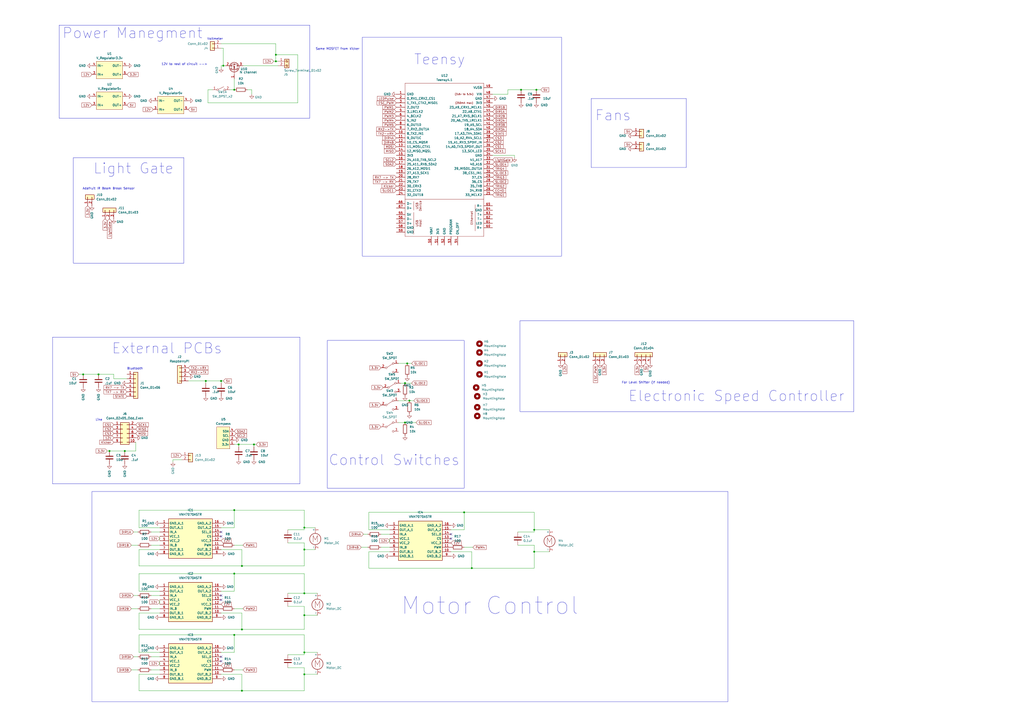
<source format=kicad_sch>
(kicad_sch (version 20231120) (generator "eeschema") (generator_version "8.0")
  (paper "A2")
  (junction (at 236.22 210.82))
  (junction (at 176.53 344.17))
  (junction (at 176.53 378.46))
  (junction (at 273.685 329.565))
  (junction (at 135.89 368.3))
  (junction (at 311.15 52.07))
  (junction (at 135.89 52.07))
  (junction (at 129.54 38.1))
  (junction (at 147.32 257.81))
  (junction (at 176.53 318.77))
  (junction (at 72.39 261.62))
  (junction (at 140.335 365.125))
  (junction (at 48.26 217.17))
  (junction (at 135.89 332.74))
  (junction (at 302.26 52.07))
  (junction (at 63.5 261.62))
  (junction (at 269.24 297.18))
  (junction (at 234.95 245.11))
  (junction (at 176.53 306.07))
  (junction (at 140.335 400.685))
  (junction (at 234.95 222.25))
  (junction (at 237.49 232.41))
  (junction (at 309.88 307.34))
  (junction (at 140.335 328.295))
  (junction (at 128.27 220.98))
  (junction (at 57.15 217.17))
  (junction (at 176.53 391.16))
  (junction (at 135.89 295.91))
  (junction (at 309.88 320.04))
  (junction (at 160.02 35.56))
  (junction (at 138.43 257.81))
  (junction (at 176.53 356.87))
  (junction (at 160.02 31.75))
  (junction (at 119.38 220.98))
  (no_connect (at 128.27 345.44))
  (no_connect (at 128.27 311.15))
  (no_connect (at 128.27 308.61))
  (no_connect (at 128.27 383.54))
  (no_connect (at 128.27 347.98))
  (no_connect (at 261.62 309.88))
  (no_connect (at 261.62 312.42))
  (no_connect (at 128.27 381))
  (wire (pts (xy 309.88 316.23) (xy 309.88 320.04)))
  (wire (pts (xy 140.97 38.1) (xy 161.29 38.1)))
  (wire (pts (xy 176.53 368.3) (xy 176.53 378.46)))
  (wire (pts (xy 140.335 391.16) (xy 140.335 400.685)))
  (wire (pts (xy 87.63 345.44) (xy 92.71 345.44)))
  (wire (pts (xy 158.75 35.56) (xy 160.02 35.56)))
  (wire (pts (xy 167.005 379.73) (xy 176.53 379.73)))
  (wire (pts (xy 298.45 90.17) (xy 285.75 90.17)))
  (wire (pts (xy 213.995 297.18) (xy 269.24 297.18)))
  (wire (pts (xy 237.49 232.41) (xy 240.03 232.41)))
  (wire (pts (xy 80.645 295.91) (xy 135.89 295.91)))
  (wire (pts (xy 172.72 59.69) (xy 172.72 31.75)))
  (wire (pts (xy 232.41 222.25) (xy 234.95 222.25)))
  (wire (pts (xy 80.645 306.07) (xy 80.645 295.91)))
  (wire (pts (xy 261.62 307.34) (xy 269.24 307.34)))
  (wire (pts (xy 87.63 353.06) (xy 92.71 353.06)))
  (wire (pts (xy 182.88 318.77) (xy 176.53 318.77)))
  (wire (pts (xy 176.53 318.77) (xy 176.53 328.295)))
  (wire (pts (xy 160.02 31.75) (xy 160.02 25.4)))
  (wire (pts (xy 236.22 210.82) (xy 238.76 210.82)))
  (wire (pts (xy 77.47 308.61) (xy 80.01 308.61)))
  (wire (pts (xy 209.55 317.5) (xy 213.36 317.5)))
  (wire (pts (xy 138.43 257.81) (xy 138.43 259.08)))
  (wire (pts (xy 167.005 351.79) (xy 176.53 351.79)))
  (wire (pts (xy 73.66 219.71) (xy 66.04 219.71)))
  (wire (pts (xy 234.95 222.25) (xy 238.76 222.25)))
  (wire (pts (xy 140.335 318.77) (xy 140.335 328.295)))
  (wire (pts (xy 77.47 381) (xy 80.01 381)))
  (wire (pts (xy 269.24 307.34) (xy 269.24 297.18)))
  (wire (pts (xy 92.71 311.15) (xy 92.71 313.69)))
  (wire (pts (xy 160.02 31.75) (xy 160.02 35.56)))
  (wire (pts (xy 135.89 378.46) (xy 135.89 368.3)))
  (wire (pts (xy 80.645 378.46) (xy 80.645 368.3)))
  (wire (pts (xy 135.89 306.07) (xy 135.89 295.91)))
  (wire (pts (xy 213.995 329.565) (xy 273.685 329.565)))
  (wire (pts (xy 45.72 217.17) (xy 48.26 217.17)))
  (wire (pts (xy 309.88 297.18) (xy 309.88 307.34)))
  (wire (pts (xy 176.53 344.17) (xy 184.15 344.17)))
  (wire (pts (xy 120.65 59.69) (xy 172.72 59.69)))
  (wire (pts (xy 147.32 257.81) (xy 148.59 257.81)))
  (wire (pts (xy 76.2 316.23) (xy 80.01 316.23)))
  (wire (pts (xy 176.53 314.96) (xy 176.53 318.77)))
  (wire (pts (xy 300.355 316.23) (xy 309.88 316.23)))
  (wire (pts (xy 62.23 261.62) (xy 63.5 261.62)))
  (wire (pts (xy 213.995 307.34) (xy 213.995 297.18)))
  (wire (pts (xy 226.06 312.42) (xy 226.06 314.96)))
  (wire (pts (xy 146.05 52.07) (xy 143.51 52.07)))
  (wire (pts (xy 273.685 329.565) (xy 309.88 329.565)))
  (wire (pts (xy 72.39 261.62) (xy 63.5 261.62)))
  (wire (pts (xy 269.24 297.18) (xy 309.88 297.18)))
  (wire (pts (xy 147.32 257.81) (xy 147.32 259.08)))
  (wire (pts (xy 87.63 381) (xy 92.71 381)))
  (wire (pts (xy 100.33 266.7) (xy 100.33 267.97)))
  (wire (pts (xy 80.645 355.6) (xy 80.645 365.125)))
  (wire (pts (xy 176.53 332.74) (xy 176.53 344.17)))
  (wire (pts (xy 261.62 320.04) (xy 273.685 320.04)))
  (wire (pts (xy 318.77 320.04) (xy 309.88 320.04)))
  (wire (pts (xy 92.71 318.77) (xy 80.645 318.77)))
  (wire (pts (xy 135.89 257.81) (xy 138.43 257.81)))
  (wire (pts (xy 92.71 355.6) (xy 80.645 355.6)))
  (wire (pts (xy 210.82 309.88) (xy 213.36 309.88)))
  (wire (pts (xy 309.88 307.34) (xy 309.88 308.61)))
  (wire (pts (xy 160.02 35.56) (xy 161.29 35.56)))
  (wire (pts (xy 128.27 220.98) (xy 128.27 222.25)))
  (wire (pts (xy 167.005 314.96) (xy 176.53 314.96)))
  (wire (pts (xy 298.45 91.44) (xy 298.45 90.17)))
  (wire (pts (xy 140.335 355.6) (xy 140.335 365.125)))
  (wire (pts (xy 176.53 295.91) (xy 176.53 306.07)))
  (wire (pts (xy 92.71 342.9) (xy 80.645 342.9)))
  (wire (pts (xy 78.74 261.62) (xy 78.74 256.54)))
  (wire (pts (xy 80.645 328.295) (xy 140.335 328.295)))
  (wire (pts (xy 105.41 266.7) (xy 100.33 266.7)))
  (wire (pts (xy 129.54 27.94) (xy 128.27 27.94)))
  (wire (pts (xy 176.53 387.35) (xy 176.53 391.16)))
  (wire (pts (xy 80.645 391.16) (xy 80.645 400.685)))
  (wire (pts (xy 176.53 306.07) (xy 176.53 307.34)))
  (wire (pts (xy 66.04 219.71) (xy 66.04 217.17)))
  (wire (pts (xy 128.27 378.46) (xy 135.89 378.46)))
  (wire (pts (xy 184.15 356.87) (xy 176.53 356.87)))
  (wire (pts (xy 213.995 320.04) (xy 213.995 329.565)))
  (wire (pts (xy 167.005 307.34) (xy 176.53 307.34)))
  (wire (pts (xy 87.63 308.61) (xy 92.71 308.61)))
  (wire (pts (xy 128.27 25.4) (xy 160.02 25.4)))
  (wire (pts (xy 302.26 52.07) (xy 311.15 52.07)))
  (wire (pts (xy 80.645 365.125) (xy 140.335 365.125)))
  (wire (pts (xy 129.54 38.1) (xy 128.27 38.1)))
  (wire (pts (xy 135.89 295.91) (xy 176.53 295.91)))
  (wire (pts (xy 128.27 318.77) (xy 140.335 318.77)))
  (wire (pts (xy 294.64 52.07) (xy 302.26 52.07)))
  (wire (pts (xy 140.335 365.125) (xy 176.53 365.125)))
  (wire (pts (xy 66.04 217.17) (xy 57.15 217.17)))
  (wire (pts (xy 119.38 220.98) (xy 119.38 222.25)))
  (wire (pts (xy 80.645 318.77) (xy 80.645 328.295)))
  (wire (pts (xy 140.335 328.295) (xy 176.53 328.295)))
  (wire (pts (xy 128.27 342.9) (xy 135.89 342.9)))
  (wire (pts (xy 300.355 308.61) (xy 309.88 308.61)))
  (wire (pts (xy 135.89 52.07) (xy 135.89 45.72)))
  (wire (pts (xy 311.15 52.07) (xy 313.69 52.07)))
  (wire (pts (xy 129.54 38.1) (xy 130.81 38.1)))
  (wire (pts (xy 172.72 31.75) (xy 160.02 31.75)))
  (wire (pts (xy 129.54 27.94) (xy 129.54 38.1)))
  (wire (pts (xy 176.53 378.46) (xy 176.53 379.73)))
  (wire (pts (xy 318.77 307.34) (xy 309.88 307.34)))
  (wire (pts (xy 128.27 391.16) (xy 140.335 391.16)))
  (wire (pts (xy 234.95 245.11) (xy 241.3 245.11)))
  (wire (pts (xy 135.89 332.74) (xy 176.53 332.74)))
  (wire (pts (xy 138.43 257.81) (xy 147.32 257.81)))
  (wire (pts (xy 135.89 316.23) (xy 140.97 316.23)))
  (wire (pts (xy 167.005 344.17) (xy 176.53 344.17)))
  (wire (pts (xy 123.19 52.07) (xy 120.65 52.07)))
  (wire (pts (xy 109.22 220.98) (xy 119.38 220.98)))
  (wire (pts (xy 231.14 245.11) (xy 234.95 245.11)))
  (wire (pts (xy 77.47 345.44) (xy 80.01 345.44)))
  (wire (pts (xy 294.64 54.61) (xy 294.64 52.07)))
  (wire (pts (xy 220.98 309.88) (xy 226.06 309.88)))
  (wire (pts (xy 140.335 400.685) (xy 176.53 400.685)))
  (wire (pts (xy 120.65 52.07) (xy 120.65 59.69)))
  (wire (pts (xy 128.27 220.98) (xy 129.54 220.98)))
  (wire (pts (xy 226.06 307.34) (xy 213.995 307.34)))
  (wire (pts (xy 273.685 320.04) (xy 273.685 329.565)))
  (wire (pts (xy 80.645 368.3) (xy 135.89 368.3)))
  (wire (pts (xy 269.24 317.5) (xy 274.32 317.5)))
  (wire (pts (xy 87.63 388.62) (xy 92.71 388.62)))
  (wire (pts (xy 119.38 220.98) (xy 128.27 220.98)))
  (wire (pts (xy 80.645 332.74) (xy 135.89 332.74)))
  (wire (pts (xy 92.71 378.46) (xy 80.645 378.46)))
  (wire (pts (xy 309.88 320.04) (xy 309.88 329.565)))
  (wire (pts (xy 231.14 232.41) (xy 237.49 232.41)))
  (wire (pts (xy 57.15 217.17) (xy 48.26 217.17)))
  (wire (pts (xy 76.2 388.62) (xy 80.01 388.62)))
  (wire (pts (xy 80.645 342.9) (xy 80.645 332.74)))
  (wire (pts (xy 133.35 52.07) (xy 135.89 52.07)))
  (wire (pts (xy 182.88 306.07) (xy 176.53 306.07)))
  (wire (pts (xy 135.89 342.9) (xy 135.89 332.74)))
  (wire (pts (xy 72.39 261.62) (xy 78.74 261.62)))
  (wire (pts (xy 176.53 391.16) (xy 176.53 400.685)))
  (wire (pts (xy 92.71 306.07) (xy 80.645 306.07)))
  (wire (pts (xy 87.63 316.23) (xy 92.71 316.23)))
  (wire (pts (xy 226.06 320.04) (xy 213.995 320.04)))
  (wire (pts (xy 220.98 317.5) (xy 226.06 317.5)))
  (wire (pts (xy 76.2 353.06) (xy 80.01 353.06)))
  (wire (pts (xy 92.71 391.16) (xy 80.645 391.16)))
  (wire (pts (xy 176.53 351.79) (xy 176.53 356.87)))
  (wire (pts (xy 128.27 38.1) (xy 128.27 39.37)))
  (wire (pts (xy 146.05 54.61) (xy 146.05 52.07)))
  (wire (pts (xy 176.53 356.87) (xy 176.53 365.125)))
  (wire (pts (xy 128.27 355.6) (xy 140.335 355.6)))
  (wire (pts (xy 135.89 388.62) (xy 140.97 388.62)))
  (wire (pts (xy 285.75 54.61) (xy 294.64 54.61)))
  (wire (pts (xy 135.89 353.06) (xy 140.97 353.06)))
  (wire (pts (xy 80.645 400.685) (xy 140.335 400.685)))
  (wire (pts (xy 176.53 378.46) (xy 184.15 378.46)))
  (wire (pts (xy 176.53 391.16) (xy 184.15 391.16)))
  (wire (pts (xy 92.71 347.98) (xy 92.71 350.52)))
  (wire (pts (xy 167.005 387.35) (xy 176.53 387.35)))
  (wire (pts (xy 231.14 210.82) (xy 236.22 210.82)))
  (wire (pts (xy 128.27 306.07) (xy 135.89 306.07)))
  (wire (pts (xy 135.89 368.3) (xy 176.53 368.3)))
  (wire (pts (xy 92.71 383.54) (xy 92.71 386.08)))
  (rectangle (start 189.865 197.485) (end 269.24 283.21))
  (rectangle (start 53.34 285.115) (end 422.275 407.035))
  (rectangle (start 30.48 195.58) (end 173.99 280.67))
  (rectangle (start 342.9 57.15) (end 398.145 97.155))
  (rectangle (start 210.185 21.59) (end 325.755 148.59))
  (rectangle (start 34.29 14.605) (end 179.705 68.58))
  (rectangle (start 42.545 91.44) (end 106.68 152.654))
  (rectangle (start 301.625 186.055) (end 495.3 238.76))
  (text "Control Switches" (at 190.5 270.51 0) (effects (font (size 6 6)) (justify left bottom)))
  (text "Light Gate" (at 54.102 101.346 0) (effects (font (size 6 6)) (justify left bottom)))
  (text "Voltmeter\n" (at 120.142 23.368 0) (effects (font (size 1.27 1.27)) (justify left bottom)))
  (text "External PCBs" (at 64.77 205.74 0) (effects (font (size 6 6)) (justify left bottom)))
  (text "Fans\n" (at 355.6 67.056 0) (effects (font (size 6 6))))
  (text "Line" (at 55.372 244.348 0) (effects (font (size 1.27 1.27)) (justify left bottom)))
  (text "Bluetooth\n" (at 73.66 214.63 0) (effects (font (size 1.27 1.27)) (justify left bottom)))
  (text "Same MOSFET from kicker" (at 195.834 28.448 0) (effects (font (size 1.27 1.27))))
  (text "For Level Shifter (If needed)" (at 374.65 221.996 0) (effects (font (size 1.27 1.27))))
  (text "Electronic Speed Controller" (at 427.228 229.87 0) (effects (font (size 6 6))))
  (text "Adafruit IR Beam Break Sensor\n" (at 62.992 109.474 0) (effects (font (size 1.27 1.27))))
  (text "Power Manegment" (at 36.068 22.86 0) (effects (font (size 6 6)) (justify left bottom)))
  (text "Teensy" (at 240.03 38.1 0) (effects (font (size 6 6)) (justify left bottom)))
  (text "12V to rest of circuit -->\n" (at 106.934 37.338 0) (effects (font (size 1.27 1.27))))
  (text "Motor Control" (at 232.41 357.378 0) (effects (font (size 10 10)) (justify left bottom)))
  (global_label "RX7 -> TX" (shape input) (at 229.87 102.87 180) (property "Intersheetrefs" "${INTERSHEET_REFS}" (effects (hide yes))))
  (global_label "SLIDE3" (shape input) (at 240.03 232.41 0) (property "Intersheetrefs" "${INTERSHEET_REFS}" (effects (hide yes))))
  (global_label "RX7 -> TX" (shape input) (at 73.66 224.79 180) (property "Intersheetrefs" "${INTERSHEET_REFS}" (effects (hide yes))))
  (global_label "STATE" (shape input) (at 285.75 77.47 0) (property "Intersheetrefs" "${INTERSHEET_REFS}" (effects (hide yes))))
  (global_label "5V" (shape input) (at 45.72 217.17 180) (property "Intersheetrefs" "${INTERSHEET_REFS}" (effects (hide yes))))
  (global_label "PWM3" (shape input) (at 140.97 388.62 0) (property "Intersheetrefs" "${INTERSHEET_REFS}" (effects (hide yes))))
  (global_label "TX2->RX" (shape input) (at 109.22 213.36 0) (property "Intersheetrefs" "${INTERSHEET_REFS}" (effects (hide yes))))
  (global_label "Kicker" (shape input) (at 66.04 256.54 180) (property "Intersheetrefs" "${INTERSHEET_REFS}" (effects (hide yes))))
  (global_label "LEDPulse" (shape input) (at 229.87 57.15 180) (property "Intersheetrefs" "${INTERSHEET_REFS}" (effects (hide yes))))
  (global_label "5V" (shape input) (at 73.66 60.96 0) (property "Intersheetrefs" "${INTERSHEET_REFS}" (effects (hide yes))))
  (global_label "MISO" (shape input) (at 229.87 87.63 180) (property "Intersheetrefs" "${INTERSHEET_REFS}" (effects (hide yes))))
  (global_label "12V" (shape input) (at 226.06 313.69 180) (property "Intersheetrefs" "${INTERSHEET_REFS}" (effects (hide yes))))
  (global_label "5V" (shape input) (at 129.54 220.98 0) (property "Intersheetrefs" "${INTERSHEET_REFS}" (effects (hide yes))))
  (global_label "PWM5" (shape input) (at 229.87 72.39 180) (property "Intersheetrefs" "${INTERSHEET_REFS}" (effects (hide yes))))
  (global_label "12V" (shape input) (at 92.71 312.42 180) (property "Intersheetrefs" "${INTERSHEET_REFS}" (effects (hide yes))))
  (global_label "LightGate" (shape input) (at 285.75 92.71 0) (property "Intersheetrefs" "${INTERSHEET_REFS}" (effects (hide yes))))
  (global_label "3.3V" (shape input) (at 73.66 43.18 0) (property "Intersheetrefs" "${INTERSHEET_REFS}" (effects (hide yes))))
  (global_label "RX2->TX" (shape input) (at 229.87 74.93 180) (property "Intersheetrefs" "${INTERSHEET_REFS}" (effects (hide yes))))
  (global_label "CS2" (shape input) (at 285.75 82.55 0) (property "Intersheetrefs" "${INTERSHEET_REFS}" (effects (hide yes))))
  (global_label "STATE" (shape input) (at 73.66 229.87 180) (property "Intersheetrefs" "${INTERSHEET_REFS}" (effects (hide yes))))
  (global_label "3.3V" (shape input) (at 220.98 213.36 180) (property "Intersheetrefs" "${INTERSHEET_REFS}" (effects (hide yes))))
  (global_label "12V" (shape input) (at 92.71 349.25 180) (property "Intersheetrefs" "${INTERSHEET_REFS}" (effects (hide yes))))
  (global_label "CS2" (shape input) (at 66.04 248.92 180) (property "Intersheetrefs" "${INTERSHEET_REFS}" (effects (hide yes))))
  (global_label "5V" (shape input) (at 367.03 76.2 180) (property "Intersheetrefs" "${INTERSHEET_REFS}" (effects (hide yes))))
  (global_label "ECHO" (shape input) (at 285.75 110.49 0) (property "Intersheetrefs" "${INTERSHEET_REFS}" (effects (hide yes))))
  (global_label "12V" (shape input) (at 88.9 63.5 180) (property "Intersheetrefs" "${INTERSHEET_REFS}" (effects (hide yes))))
  (global_label "3.3V" (shape input) (at 148.59 257.81 0) (property "Intersheetrefs" "${INTERSHEET_REFS}" (effects (hide yes))))
  (global_label "ESC_PWM" (shape input) (at 229.87 59.69 180) (property "Intersheetrefs" "${INTERSHEET_REFS}" (effects (hide yes))))
  (global_label "SDA2" (shape input) (at 135.89 250.19 0) (property "Intersheetrefs" "${INTERSHEET_REFS}" (effects (hide yes))))
  (global_label "DIR3B" (shape input) (at 76.2 388.62 180) (property "Intersheetrefs" "${INTERSHEET_REFS}" (effects (hide yes))))
  (global_label "12V" (shape input) (at 105.41 264.16 180) (property "Intersheetrefs" "${INTERSHEET_REFS}" (effects (hide yes))))
  (global_label "SCK1" (shape input) (at 78.74 246.38 0) (property "Intersheetrefs" "${INTERSHEET_REFS}" (effects (hide yes))))
  (global_label "RX2->TX" (shape input) (at 109.22 215.9 0) (property "Intersheetrefs" "${INTERSHEET_REFS}" (effects (hide yes))))
  (global_label "SLIDE3" (shape input) (at 285.75 100.33 0) (property "Intersheetrefs" "${INTERSHEET_REFS}" (effects (hide yes))))
  (global_label "MISO" (shape input) (at 78.74 248.92 0) (property "Intersheetrefs" "${INTERSHEET_REFS}" (effects (hide yes))))
  (global_label "12V" (shape input) (at 53.34 43.18 180) (property "Intersheetrefs" "${INTERSHEET_REFS}" (effects (hide yes))))
  (global_label "TRIG2" (shape input) (at 285.75 107.95 0) (property "Intersheetrefs" "${INTERSHEET_REFS}" (effects (hide yes))))
  (global_label "12V" (shape input) (at 158.75 35.56 180) (property "Intersheetrefs" "${INTERSHEET_REFS}" (effects (hide yes))))
  (global_label "12V" (shape input) (at 128.27 313.69 0) (property "Intersheetrefs" "${INTERSHEET_REFS}" (effects (hide yes))))
  (global_label "DIR4A" (shape input) (at 229.87 80.01 180) (property "Intersheetrefs" "${INTERSHEET_REFS}" (effects (hide yes))))
  (global_label "SLIDE2" (shape input) (at 285.75 105.41 0) (property "Intersheetrefs" "${INTERSHEET_REFS}" (effects (hide yes))))
  (global_label "TRIG4" (shape input) (at 285.75 97.79 0) (property "Intersheetrefs" "${INTERSHEET_REFS}" (effects (hide yes))))
  (global_label "DIR1B" (shape input) (at 285.75 62.23 0) (property "Intersheetrefs" "${INTERSHEET_REFS}" (effects (hide yes))))
  (global_label "CS1" (shape input) (at 66.04 246.38 180) (property "Intersheetrefs" "${INTERSHEET_REFS}" (effects (hide yes))))
  (global_label "PWM1" (shape input) (at 229.87 62.23 180) (property "Intersheetrefs" "${INTERSHEET_REFS}" (effects (hide yes))))
  (global_label "3.3V" (shape input) (at 50.8 119.38 270) (property "Intersheetrefs" "${INTERSHEET_REFS}" (effects (hide yes))))
  (global_label "12V" (shape input) (at 128.27 386.08 0) (property "Intersheetrefs" "${INTERSHEET_REFS}" (effects (hide yes))))
  (global_label "SDA2" (shape input) (at 229.87 95.25 180) (property "Intersheetrefs" "${INTERSHEET_REFS}" (effects (hide yes))))
  (global_label "SCL2" (shape input) (at 229.87 92.71 180) (property "Intersheetrefs" "${INTERSHEET_REFS}" (effects (hide yes))))
  (global_label "SCL2" (shape input) (at 135.89 252.73 0) (property "Intersheetrefs" "${INTERSHEET_REFS}" (effects (hide yes))))
  (global_label "CS3" (shape input) (at 285.75 80.01 0) (property "Intersheetrefs" "${INTERSHEET_REFS}" (effects (hide yes))))
  (global_label "DIR3A" (shape input) (at 285.75 74.93 0) (property "Intersheetrefs" "${INTERSHEET_REFS}" (effects (hide yes))))
  (global_label "DIR2A" (shape input) (at 77.47 345.44 180) (property "Intersheetrefs" "${INTERSHEET_REFS}" (effects (hide yes))))
  (global_label "TRIG3" (shape input) (at 285.75 102.87 0) (property "Intersheetrefs" "${INTERSHEET_REFS}" (effects (hide yes))))
  (global_label "LightGate" (shape input) (at 63.5 127 270) (property "Intersheetrefs" "${INTERSHEET_REFS}" (effects (hide yes))))
  (global_label "3.3V" (shape input) (at 220.98 247.65 180) (property "Intersheetrefs" "${INTERSHEET_REFS}" (effects (hide yes))))
  (global_label "PWM2" (shape input) (at 140.97 353.06 0) (property "Intersheetrefs" "${INTERSHEET_REFS}" (effects (hide yes))))
  (global_label "PWM4" (shape input) (at 229.87 69.85 180) (property "Intersheetrefs" "${INTERSHEET_REFS}" (effects (hide yes))))
  (global_label "12V" (shape input) (at 53.34 60.96 180) (property "Intersheetrefs" "${INTERSHEET_REFS}" (effects (hide yes))))
  (global_label "PWM4" (shape input) (at 274.32 317.5 0) (property "Intersheetrefs" "${INTERSHEET_REFS}" (effects (hide yes))))
  (global_label "12V" (shape input) (at 261.62 314.96 0) (property "Intersheetrefs" "${INTERSHEET_REFS}" (effects (hide yes))))
  (global_label "SLIDE2" (shape input) (at 238.76 222.25 0) (property "Intersheetrefs" "${INTERSHEET_REFS}" (effects (hide yes))))
  (global_label "PWM1" (shape input) (at 140.97 316.23 0) (property "Intersheetrefs" "${INTERSHEET_REFS}" (effects (hide yes))))
  (global_label "3.3V" (shape input) (at 62.23 261.62 180) (property "Intersheetrefs" "${INTERSHEET_REFS}" (effects (hide yes))))
  (global_label "ESC_PWM" (shape input) (at 345.44 210.82 270) (property "Intersheetrefs" "${INTERSHEET_REFS}" (effects (hide yes))))
  (global_label "PWM2" (shape input) (at 229.87 64.77 180) (property "Intersheetrefs" "${INTERSHEET_REFS}" (effects (hide yes))))
  (global_label "12V" (shape input) (at 128.27 350.52 0) (property "Intersheetrefs" "${INTERSHEET_REFS}" (effects (hide yes))))
  (global_label "SLIDE4" (shape input) (at 241.3 245.11 0) (property "Intersheetrefs" "${INTERSHEET_REFS}" (effects (hide yes))))
  (global_label "5V" (shape input) (at 109.22 63.5 0) (property "Intersheetrefs" "${INTERSHEET_REFS}" (effects (hide yes))))
  (global_label "PWM3" (shape input) (at 229.87 67.31 180) (property "Intersheetrefs" "${INTERSHEET_REFS}" (effects (hide yes))))
  (global_label "SCK1" (shape input) (at 285.75 87.63 0) (property "Intersheetrefs" "${INTERSHEET_REFS}" (effects (hide yes))))
  (global_label "DIR1A" (shape input) (at 285.75 64.77 0) (property "Intersheetrefs" "${INTERSHEET_REFS}" (effects (hide yes))))
  (global_label "3.3V" (shape input) (at 350.52 210.82 270) (property "Intersheetrefs" "${INTERSHEET_REFS}" (effects (hide yes))))
  (global_label "TX7 -> RX" (shape input) (at 73.66 227.33 180) (property "Intersheetrefs" "${INTERSHEET_REFS}" (effects (hide yes))))
  (global_label "SLIDE1" (shape input) (at 229.87 110.49 180) (property "Intersheetrefs" "${INTERSHEET_REFS}" (effects (hide yes))))
  (global_label "MOSI" (shape input) (at 78.74 251.46 0) (property "Intersheetrefs" "${INTERSHEET_REFS}" (effects (hide yes))))
  (global_label "3.3V" (shape input) (at 369.57 210.82 270) (property "Intersheetrefs" "${INTERSHEET_REFS}" (effects (hide yes))))
  (global_label "5V" (shape input) (at 367.03 83.82 180) (property "Intersheetrefs" "${INTERSHEET_REFS}" (effects (hide yes))))
  (global_label "DIR1B" (shape input) (at 76.2 316.23 180) (property "Intersheetrefs" "${INTERSHEET_REFS}" (effects (hide yes))))
  (global_label "DIR1A" (shape input) (at 77.47 308.61 180) (property "Intersheetrefs" "${INTERSHEET_REFS}" (effects (hide yes))))
  (global_label "DIR4B" (shape input) (at 209.55 317.5 180) (property "Intersheetrefs" "${INTERSHEET_REFS}" (effects (hide yes))))
  (global_label "TRIG1" (shape input) (at 285.75 113.03 0) (property "Intersheetrefs" "${INTERSHEET_REFS}" (effects (hide yes))))
  (global_label "SLIDE1" (shape input) (at 238.76 210.82 0) (property "Intersheetrefs" "${INTERSHEET_REFS}" (effects (hide yes))))
  (global_label "DIR3B" (shape input) (at 285.75 72.39 0) (property "Intersheetrefs" "${INTERSHEET_REFS}" (effects (hide yes))))
  (global_label "MOSI" (shape input) (at 229.87 85.09 180) (property "Intersheetrefs" "${INTERSHEET_REFS}" (effects (hide yes))))
  (global_label "CS3" (shape input) (at 66.04 251.46 180) (property "Intersheetrefs" "${INTERSHEET_REFS}" (effects (hide yes))))
  (global_label "DIR2A" (shape input) (at 285.75 69.85 0) (property "Intersheetrefs" "${INTERSHEET_REFS}" (effects (hide yes))))
  (global_label "DIR2B" (shape input) (at 285.75 67.31 0) (property "Intersheetrefs" "${INTERSHEET_REFS}" (effects (hide yes))))
  (global_label "12V" (shape input) (at 66.04 254 180) (property "Intersheetrefs" "${INTERSHEET_REFS}" (effects (hide yes))))
  (global_label "TX7 -> RX" (shape input) (at 229.87 105.41 180) (property "Intersheetrefs" "${INTERSHEET_REFS}" (effects (hide yes))))
  (global_label "3.3V" (shape input) (at 222.25 224.79 180) (property "Intersheetrefs" "${INTERSHEET_REFS}" (effects (hide yes))))
  (global_label "3.3V" (shape input) (at 220.98 234.95 180) (property "Intersheetrefs" "${INTERSHEET_REFS}" (effects (hide yes))))
  (global_label "DIR4B" (shape input) (at 229.87 82.55 180) (property "Intersheetrefs" "${INTERSHEET_REFS}" (effects (hide yes))))
  (global_label "12V" (shape input) (at 92.71 384.81 180) (property "Intersheetrefs" "${INTERSHEET_REFS}" (effects (hide yes))))
  (global_label "12V" (shape input) (at 327.66 210.82 270) (property "Intersheetrefs" "${INTERSHEET_REFS}" (effects (hide yes))))
  (global_label "5V" (shape input) (at 374.65 210.82 270) (property "Intersheetrefs" "${INTERSHEET_REFS}" (effects (hide yes))))
  (global_label "5V" (shape input) (at 313.69 52.07 0) (property "Intersheetrefs" "${INTERSHEET_REFS}" (effects (hide yes))))
  (global_label "DIR3A" (shape input) (at 77.47 381 180) (property "Intersheetrefs" "${INTERSHEET_REFS}" (effects (hide yes))))
  (global_label "DIR2B" (shape input) (at 76.2 353.06 180) (property "Intersheetrefs" "${INTERSHEET_REFS}" (effects (hide yes))))
  (global_label "3.3V" (shape input) (at 60.96 127 270) (property "Intersheetrefs" "${INTERSHEET_REFS}" (effects (hide yes))))
  (global_label "SLIDE4" (shape input) (at 285.75 95.25 0) (property "Intersheetrefs" "${INTERSHEET_REFS}" (effects (hide yes))))
  (global_label "DIR4A" (shape input) (at 210.82 309.88 180) (property "Intersheetrefs" "${INTERSHEET_REFS}" (effects (hide yes))))
  (global_label "TX2->RX" (shape input) (at 229.87 77.47 180) (property "Intersheetrefs" "${INTERSHEET_REFS}" (effects (hide yes))))
  (global_label "CS1" (shape input) (at 285.75 85.09 0) (property "Intersheetrefs" "${INTERSHEET_REFS}" (effects (hide yes))))
  (global_label "Kicker" (shape input) (at 229.87 107.95 180) (property "Intersheetrefs" "${INTERSHEET_REFS}" (effects (hide yes))))
  (symbol (lib_id "Connector_Generic:Conn_01x02") (at 372.11 83.82 0) (unit 1)
    (property "Reference" "J9" (at 374.65 83.8199 0) (effects (justify left)))
    (property "Value" "Conn_01x02" (at 374.65 86.3599 0) (effects (justify left)))
    (property "Footprint" "Connector_PinHeader_2.54mm:PinHeader_1x02_P2.54mm_Vertical" (effects (hide yes)))
    (property "Description" "Generic connector, single row, 01x02, script generated (kicad-library-utils/schlib/autogen/connector/)" (effects (hide yes)))
  )
  (symbol (lib_id "Device:C") (at 167.005 311.15 0) (unit 1)
    (property "Reference" "C11" (at 170.18 309.88 0) (effects (justify left)))
    (property "Value" "0.1uf" (at 170.18 312.42 0) (effects (justify left)))
    (property "Footprint" "Capacitor_SMD:C_0805_2012Metric_Pad1.18x1.45mm_HandSolder" (effects (hide yes)))
  )
  (symbol (lib_id "Device:R") (at 83.82 388.62 90) (unit 1)
    (property "Reference" "R13" (at 83.82 382.27 90))
    (property "Value" "100" (at 83.82 384.81 90))
    (property "Footprint" "Resistor_SMD:R_0805_2012Metric_Pad1.20x1.40mm_HandSolder" (effects (hide yes)))
    (property "Description" "Resistor" (effects (hide yes)))
  )
  (symbol (lib_id "power:GND") (at 57.15 224.79 0) (unit 1)
    (property "Reference" "#PWR05" (effects (hide yes)))
    (property "Value" "GND" (at 57.15 232.41 90) (effects (justify left)))
  )
  (symbol (lib_id "Connector_Generic:Conn_01x03") (at 63.5 121.92 90) (unit 1)
    (property "Reference" "J11" (at 68.58 120.6499 90) (effects (justify right)))
    (property "Value" "Conn_01x03" (at 68.58 123.1899 90) (effects (justify right)))
    (property "Footprint" "Connector_PinHeader_2.54mm:PinHeader_1x03_P2.54mm_Vertical" (effects (hide yes)))
    (property "Description" "Generic connector, single row, 01x03, script generated (kicad-library-utils/schlib/autogen/connector/)" (effects (hide yes)))
  )
  (symbol (lib_id "Mechanical:MountingHole") (at 276.225 224.79 0) (unit 1)
    (property "Reference" "H5" (at 279.4 223.52 0) (effects (justify left)))
    (property "Value" "MountingHole" (at 279.4 226.06 0) (effects (justify left)))
    (property "Footprint" "MountingHole:MountingHole_3.2mm_M3_DIN965_Pad" (effects (hide yes)))
  )
  (symbol (lib_id "Connector_Generic:Conn_01x02") (at 372.11 76.2 0) (unit 1)
    (property "Reference" "J8" (at 374.65 76.1999 0) (effects (justify left)))
    (property "Value" "Conn_01x02" (at 374.65 78.7399 0) (effects (justify left)))
    (property "Footprint" "Connector_PinHeader_2.54mm:PinHeader_1x02_P2.54mm_Vertical" (effects (hide yes)))
    (property "Description" "Generic connector, single row, 01x02, script generated (kicad-library-utils/schlib/autogen/connector/)" (effects (hide yes)))
  )
  (symbol (lib_id "power:GND") (at 92.71 303.53 270) (unit 1)
    (property "Reference" "#PWR021" (effects (hide yes)))
    (property "Value" "GND" (at 89.535 303.53 90) (effects (justify right)))
  )
  (symbol (lib_id "power:GND") (at 119.38 229.87 0) (unit 1)
    (property "Reference" "#PWR016" (effects (hide yes)))
    (property "Value" "GND" (at 121.92 231.14 0) (effects (justify left)))
  )
  (symbol (lib_id "power:GND") (at 92.71 393.7 270) (unit 1)
    (property "Reference" "#PWR052" (effects (hide yes)))
    (property "Value" "GND" (at 89.535 393.7 90) (effects (justify right)))
  )
  (symbol (lib_id "Device:R") (at 234.95 248.92 0) (unit 1)
    (property "Reference" "R4" (at 237.49 247.65 0) (effects (justify left)))
    (property "Value" "10k" (at 237.49 250.19 0) (effects (justify left)))
    (property "Footprint" "Capacitor_SMD:C_0805_2012Metric_Pad1.18x1.45mm_HandSolder" (effects (hide yes)))
  )
  (symbol (lib_id "power:GND") (at 234.95 229.87 0) (unit 1)
    (property "Reference" "#PWR031" (effects (hide yes)))
    (property "Value" "GND" (at 234.95 234.95 0))
  )
  (symbol (lib_id "power:GND") (at 128.27 229.87 0) (unit 1)
    (property "Reference" "#PWR022" (effects (hide yes)))
    (property "Value" "GND" (at 130.81 231.14 0) (effects (justify left)))
  )
  (symbol (lib_id "Device:C") (at 57.15 220.98 0) (unit 1)
    (property "Reference" "C2" (at 60.96 219.7099 0) (effects (justify left)))
    (property "Value" ".1uf" (at 60.96 222.2499 0) (effects (justify left)))
    (property "Footprint" "Capacitor_SMD:C_0805_2012Metric" (effects (hide yes)))
    (property "Description" "Unpolarized capacitor" (effects (hide yes)))
  )
  (symbol (lib_id "power:GND") (at 73.66 55.88 90) (unit 1)
    (property "Reference" "#PWR07" (effects (hide yes)))
    (property "Value" "GND" (at 77.47 55.88 90) (effects (justify right)))
  )
  (symbol (lib_id "power:GND") (at 53.34 38.1 270) (unit 1)
    (property "Reference" "#PWR03" (effects (hide yes)))
    (property "Value" "GND" (at 45.72 38.1 90) (effects (justify left)))
  )
  (symbol (lib_id "power:GND") (at 229.87 54.61 270) (unit 1)
    (property "Reference" "#PWR030" (effects (hide yes)))
    (property "Value" "GND" (at 226.695 54.61 90) (effects (justify right)))
  )
  (symbol (lib_id "Device:R") (at 217.17 317.5 90) (unit 1)
    (property "Reference" "R16" (at 217.17 311.15 90))
    (property "Value" "100" (at 217.17 313.69 90))
    (property "Footprint" "Resistor_SMD:R_0805_2012Metric_Pad1.20x1.40mm_HandSolder" (effects (hide yes)))
    (property "Description" "Resistor" (effects (hide yes)))
  )
  (symbol (lib_id "power:GND") (at 53.34 55.88 270) (unit 1)
    (property "Reference" "#PWR04" (effects (hide yes)))
    (property "Value" "GND" (at 45.72 55.88 90) (effects (justify left)))
  )
  (symbol (lib_id "power:GND") (at 311.15 59.69 0) (unit 1)
    (property "Reference" "#PWR038" (effects (hide yes)))
    (property "Value" "GND" (at 313.69 60.96 0) (effects (justify left)))
  )
  (symbol (lib_id "Device:R") (at 83.82 381 90) (unit 1)
    (property "Reference" "R12" (at 83.82 374.65 90))
    (property "Value" "100" (at 83.82 377.19 90))
    (property "Footprint" "Resistor_SMD:R_0805_2012Metric_Pad1.20x1.40mm_HandSolder" (effects (hide yes)))
    (property "Description" "Resistor" (effects (hide yes)))
  )
  (symbol (lib_id "power:GND") (at 73.66 222.25 270) (unit 1)
    (property "Reference" "#PWR08" (effects (hide yes)))
    (property "Value" "GND" (at 66.04 222.25 90) (effects (justify left)))
  )
  (symbol (lib_id "Connector_Generic:Conn_01x02") (at 325.12 205.74 90) (unit 1)
    (property "Reference" "J3" (at 330.2 204.4699 90) (effects (justify right)))
    (property "Value" "Conn_01x02" (at 330.2 207.0099 90) (effects (justify right)))
    (property "Footprint" "Connector_PinHeader_2.54mm:PinHeader_2x01_P2.54mm_Vertical" (effects (hide yes)))
    (property "Description" "Generic connector, single row, 01x02, script generated (kicad-library-utils/schlib/autogen/connector/)" (effects (hide yes)))
  )
  (symbol (lib_id "power:GND") (at 92.71 358.14 270) (unit 1)
    (property "Reference" "#PWR048" (effects (hide yes)))
    (property "Value" "GND" (at 89.535 358.14 90) (effects (justify right)))
  )
  (symbol (lib_name "MountingHole_1") (lib_id "Mechanical:MountingHole") (at 278.13 217.17 0) (unit 1) (exclude_from_sim yes) (in_bom no)
    (property "Reference" "H1" (at 280.67 215.8999 0) (effects (justify left)))
    (property "Value" "MountingHole" (at 280.67 218.4399 0) (effects (justify left)))
    (property "Footprint" "MountingHole:MountingHole_2.7mm_M2.5_DIN965_Pad" (effects (hide yes)))
    (property "Description" "Mounting Hole without connection" (effects (hide yes)))
  )
  (symbol (lib_id "power:GND") (at 88.9 58.42 270) (unit 1)
    (property "Reference" "#PWR012" (effects (hide yes)))
    (property "Value" "GND" (at 81.28 58.42 90) (effects (justify left)))
  )
  (symbol (lib_id "power:GND") (at 128.27 393.7 90) (unit 1)
    (property "Reference" "#PWR054" (effects (hide yes)))
    (property "Value" "GND" (at 132.08 393.7 90) (effects (justify right)))
  )
  (symbol (lib_id "Motor:Motor_DC") (at 318.77 312.42 0) (unit 1)
    (property "Reference" "M4" (at 323.85 313.69 0) (effects (justify left)))
    (property "Value" "Motor_DC" (at 323.85 316.23 0) (effects (justify left)))
    (property "Footprint" "Connector_JST:JST_XH_B2B-XH-AM_1x02_P2.50mm_Vertical" (effects (hide yes)))
  )
  (symbol (lib_id "Connector:Screw_Terminal_01x02") (at 166.37 35.56 0) (unit 1)
    (property "Reference" "J5" (at 164.592 43.18 0) (effects (justify left)))
    (property "Value" "Screw_Terminal_01x02" (at 164.846 40.894 0) (effects (justify left)))
    (property "Footprint" "Connector_AMASS:AMASS_XT60PW-F_1x02_P7.20mm_Horizontal" (effects (hide yes)))
  )
  (symbol (lib_id "power:GND") (at 92.71 375.92 270) (unit 1)
    (property "Reference" "#PWR051" (effects (hide yes)))
    (property "Value" "GND" (at 89.535 375.92 90) (effects (justify right)))
  )
  (symbol (lib_id "Switch:SW_SPDT") (at 226.06 213.36 0) (unit 1)
    (property "Reference" "SW2" (at 226.06 205.105 0))
    (property "Value" "SW_SPDT" (at 226.06 207.645 0))
    (property "Footprint" "SlideSW:SPDT_OS102011_CNK" (effects (hide yes)))
  )
  (symbol (lib_id "Motor:Motor_DC") (at 184.15 383.54 0) (unit 1)
    (property "Reference" "M3" (at 189.23 384.81 0) (effects (justify left)))
    (property "Value" "Motor_DC" (at 189.23 387.35 0) (effects (justify left)))
    (property "Footprint" "Connector_JST:JST_XH_B2B-XH-AM_1x02_P2.50mm_Vertical" (effects (hide yes)))
  )
  (symbol (lib_id "Device:R") (at 234.95 226.06 0) (unit 1)
    (property "Reference" "R3" (at 237.236 224.79 0) (effects (justify left)))
    (property "Value" "10k" (at 237.236 227.33 0) (effects (justify left)))
    (property "Footprint" "Capacitor_SMD:C_0805_2012Metric_Pad1.18x1.45mm_HandSolder" (effects (hide yes)))
  )
  (symbol (lib_name "V_Regulator_-_5v_1") (lib_id "Voltage Regulator:V_Regulator_-_5v") (at 63.5 40.64 0) (unit 1)
    (property "Reference" "U1" (at 63.5 31.115 0))
    (property "Value" "V_Regulator3.3v" (at 63.5 33.655 0))
    (property "Footprint" "Custom:Pololu Regulator" (effects (hide yes)))
  )
  (symbol (lib_id "Switch:SW_SPDT") (at 226.06 247.65 0) (unit 1)
    (property "Reference" "SW4" (at 226.06 239.395 0))
    (property "Value" "SW_SPDT" (at 226.06 241.935 0))
    (property "Footprint" "SlideSW:SPDT_OS102011_CNK" (effects (hide yes)))
  )
  (symbol (lib_id "Device:R") (at 265.43 317.5 90) (unit 1)
    (property "Reference" "R17" (at 265.43 311.15 90))
    (property "Value" "100" (at 265.43 313.69 90))
    (property "Footprint" "Resistor_SMD:R_0805_2012Metric_Pad1.20x1.40mm_HandSolder" (effects (hide yes)))
    (property "Description" "Resistor" (effects (hide yes)))
  )
  (symbol (lib_id "Device:R") (at 237.49 236.22 0) (unit 1)
    (property "Reference" "R6" (at 240.284 234.95 0) (effects (justify left)))
    (property "Value" "10k" (at 240.284 237.49 0) (effects (justify left)))
    (property "Footprint" "Capacitor_SMD:C_0805_2012Metric_Pad1.18x1.45mm_HandSolder" (effects (hide yes)))
  )
  (symbol (lib_id "Device:C") (at 63.5 265.43 0) (unit 1)
    (property "Reference" "C3" (at 67.31 264.1599 0) (effects (justify left)))
    (property "Value" "10uf" (at 67.31 266.6999 0) (effects (justify left)))
    (property "Footprint" "Capacitor_SMD:C_0805_2012Metric" (effects (hide yes)))
    (property "Description" "Unpolarized capacitor" (effects (hide yes)))
  )
  (symbol (lib_id "power:GND") (at 92.71 321.31 270) (unit 1)
    (property "Reference" "#PWR025" (effects (hide yes)))
    (property "Value" "GND" (at 89.535 321.31 90) (effects (justify right)))
  )
  (symbol (lib_id "power:GND") (at 109.22 58.42 90) (unit 1)
    (property "Reference" "#PWR014" (effects (hide yes)))
    (property "Value" "GND" (at 113.03 58.42 90) (effects (justify right)))
  )
  (symbol (lib_id "Mechanical:MountingHole") (at 276.86 236.22 0) (unit 1)
    (property "Reference" "H7" (at 280.035 234.95 0) (effects (justify left)))
    (property "Value" "MountingHole" (at 280.035 237.49 0) (effects (justify left)))
    (property "Footprint" "MountingHole:MountingHole_3.2mm_M3_DIN965_Pad" (effects (hide yes)))
  )
  (symbol (lib_id "power:GND") (at 377.19 210.82 0) (unit 1)
    (property "Reference" "#PWR044" (effects (hide yes)))
    (property "Value" "GND" (at 377.19 214.63 90) (effects (justify right)))
  )
  (symbol (lib_id "VNH7070ASTR:VNH7070ASTR") (at 92.71 375.92 0) (unit 1)
    (property "Reference" "IC3" (at 110.49 368.3 0))
    (property "Value" "VNH7070ASTR" (at 110.49 370.84 0))
    (property "Footprint" "VNH:SOIC127P600X175-16N" (effects (hide yes)))
    (property "Datasheet" "http://www.st.com/content/ccc/resource/technical/document/datasheet/08/97/0a/0c/cf/4b/41/40/DM00213876.pdf/files/DM00213876.pdf/jcr:content/translations/en.DM00213876.pdf" (effects (hide yes)))
    (property "Height" "1.75" (effects (hide yes)))
    (property "Mouser Part Number" "511-VNH7070ASTR" (effects (hide yes)))
    (property "Mouser Price/Stock" "https://www.mouser.co.uk/ProductDetail/STMicroelectronics/VNH7070ASTR?qs=mKNKSX85ZJe3m6X6ucY7IA%3D%3D" (effects (hide yes)))
    (property "Manufacturer_Name" "STMicroelectronics" (effects (hide yes)))
    (property "Manufacturer_Part_Number" "VNH7070ASTR" (effects (hide yes)))
  )
  (symbol (lib_id "Device:R") (at 236.22 214.63 0) (unit 1)
    (property "Reference" "R5" (at 237.998 213.36 0) (effects (justify left)))
    (property "Value" "10k" (at 237.998 215.9 0) (effects (justify left)))
    (property "Footprint" "Capacitor_SMD:C_0805_2012Metric_Pad1.18x1.45mm_HandSolder" (effects (hide yes)))
  )
  (symbol (lib_id "power:GND") (at 78.74 254 90) (unit 1)
    (property "Reference" "#PWR013" (effects (hide yes)))
    (property "Value" "GND" (at 81.788 254 90) (effects (justify right)))
  )
  (symbol (lib_id "Device:R") (at 132.08 316.23 90) (unit 1)
    (property "Reference" "R8" (at 132.08 309.88 90))
    (property "Value" "100" (at 132.08 312.42 90))
    (property "Footprint" "Resistor_SMD:R_0805_2012Metric_Pad1.20x1.40mm_HandSolder" (effects (hide yes)))
    (property "Description" "Resistor" (effects (hide yes)))
  )
  (symbol (lib_id "power:GND") (at 367.03 78.74 270) (unit 1)
    (property "Reference" "#PWR042" (effects (hide yes)))
    (property "Value" "GND" (at 363.22 78.7399 90) (effects (justify right)))
  )
  (symbol (lib_id "Device:R") (at 217.17 309.88 90) (unit 1)
    (property "Reference" "R15" (at 217.17 303.53 90))
    (property "Value" "100" (at 217.17 306.07 90))
    (property "Footprint" "Resistor_SMD:R_0805_2012Metric_Pad1.20x1.40mm_HandSolder" (effects (hide yes)))
    (property "Description" "Resistor" (effects (hide yes)))
  )
  (symbol (lib_id "Device:R") (at 139.7 52.07 90) (unit 1)
    (property "Reference" "R2" (at 139.7 45.72 90))
    (property "Value" "10k" (at 139.7 48.26 90))
    (property "Footprint" "Capacitor_SMD:C_0805_2012Metric_Pad1.18x1.45mm_HandSolder" (effects (hide yes)))
    (property "Description" "Resistor" (effects (hide yes)))
  )
  (symbol (lib_id "Device:R") (at 132.08 353.06 90) (unit 1)
    (property "Reference" "R11" (at 132.08 346.71 90))
    (property "Value" "100" (at 132.08 349.25 90))
    (property "Footprint" "Resistor_SMD:R_0805_2012Metric_Pad1.20x1.40mm_HandSolder" (effects (hide yes)))
    (property "Description" "Resistor" (effects (hide yes)))
  )
  (symbol (lib_id "power:GND") (at 146.05 54.61 0) (unit 1)
    (property "Reference" "#PWR026" (effects (hide yes)))
    (property "Value" "GND" (at 147.828 56.388 0) (effects (justify left)))
  )
  (symbol (lib_name "MountingHole_1") (lib_id "Mechanical:MountingHole") (at 278.13 204.47 0) (unit 1) (exclude_from_sim yes) (in_bom no)
    (property "Reference" "H4" (at 280.67 203.1999 0) (effects (justify left)))
    (property "Value" "MountingHole" (at 280.67 205.7399 0) (effects (justify left)))
    (property "Footprint" "MountingHole:MountingHole_2.7mm_M2.5_DIN965_Pad" (effects (hide yes)))
    (property "Description" "Mounting Hole without connection" (effects (hide yes)))
  )
  (symbol (lib_id "Connector_Generic:Conn_01x04") (at 372.11 205.74 90) (unit 1)
    (property "Reference" "J12" (at 373.38 199.39 90))
    (property "Value" "Conn_01x04" (at 373.38 201.93 90))
    (property "Footprint" "Connector_PinHeader_2.54mm:PinHeader_1x04_P2.54mm_Vertical" (effects (hide yes)))
    (property "Description" "Generic connector, single row, 01x04, script generated (kicad-library-utils/schlib/autogen/connector/)" (effects (hide yes)))
  )
  (symbol (lib_id "power:GND") (at 128.27 375.92 90) (unit 1)
    (property "Reference" "#PWR053" (effects (hide yes)))
    (property "Value" "GND" (at 131.445 375.92 90) (effects (justify right)))
  )
  (symbol (lib_id "Device:R") (at 83.82 308.61 90) (unit 1)
    (property "Reference" "R1" (at 83.82 302.26 90))
    (property "Value" "100" (at 83.82 304.8 90))
    (property "Footprint" "Resistor_SMD:R_0805_2012Metric_Pad1.20x1.40mm_HandSolder" (effects (hide yes)))
    (property "Description" "Resistor" (effects (hide yes)))
  )
  (symbol (lib_id "power:GND") (at 236.22 218.44 0) (unit 1)
    (property "Reference" "#PWR033" (effects (hide yes)))
    (property "Value" "GND" (at 236.22 223.52 0))
  )
  (symbol (lib_id "power:GND") (at 109.22 218.44 90) (unit 1)
    (property "Reference" "#PWR015" (effects (hide yes)))
    (property "Value" "GND" (at 112.395 218.44 90) (effects (justify right)))
  )
  (symbol (lib_id "Connector_Generic:Conn_01x06") (at 78.74 222.25 0) (unit 1)
    (property "Reference" "J1" (at 81.28 222.2499 0) (effects (justify left)))
    (property "Value" "Conn_01x06" (at 81.28 224.7899 0) (effects (justify left)))
    (property "Footprint" "Connector_PinHeader_2.54mm:PinHeader_1x06_P2.54mm_Vertical" (effects (hide yes)))
  )
  (symbol (lib_id "Device:C") (at 147.32 262.89 0) (unit 1)
    (property "Reference" "C8" (at 151.13 261.6199 0) (effects (justify left)))
    (property "Value" "10uf" (at 151.13 264.1599 0) (effects (justify left)))
    (property "Footprint" "Capacitor_SMD:C_0805_2012Metric" (effects (hide yes)))
    (property "Description" "Unpolarized capacitor" (effects (hide yes)))
  )
  (symbol (lib_id "Connector_Generic:Conn_01x02") (at 123.19 27.94 180) (unit 1)
    (property "Reference" "J4" (at 120.65 27.9401 0) (effects (justify left)))
    (property "Value" "Conn_01x02" (at 120.65 25.4001 0) (effects (justify left)))
    (property "Footprint" "Connector_PinHeader_2.54mm:PinHeader_2x01_P2.54mm_Vertical" (effects (hide yes)))
  )
  (symbol (lib_id "power:GND") (at 261.62 322.58 90) (unit 1)
    (property "Reference" "#PWR058" (effects (hide yes)))
    (property "Value" "GND" (at 265.43 322.58 90) (effects (justify right)))
  )
  (symbol (lib_id "Device:C") (at 167.005 347.98 0) (unit 1)
    (property "Reference" "C12" (at 170.18 346.71 0) (effects (justify left)))
    (property "Value" "0.1uf" (at 170.18 349.25 0) (effects (justify left)))
    (property "Footprint" "Capacitor_SMD:C_0805_2012Metric_Pad1.18x1.45mm_HandSolder" (effects (hide yes)))
  )
  (symbol (lib_id "power:GND") (at 325.12 210.82 0) (unit 1)
    (property "Reference" "#PWR039" (effects (hide yes)))
    (property "Value" "GND" (at 325.12 218.44 90) (effects (justify left)))
  )
  (symbol (lib_id "power:GND") (at 66.04 127 0) (unit 1)
    (property "Reference" "#PWR09" (effects (hide yes)))
    (property "Value" "GND" (at 67.564 128.651 0) (effects (justify left)))
  )
  (symbol (lib_id "Device:R") (at 83.82 316.23 90) (unit 1)
    (property "Reference" "R7" (at 83.82 309.88 90))
    (property "Value" "100" (at 83.82 312.42 90))
    (property "Footprint" "Resistor_SMD:R_0805_2012Metric_Pad1.20x1.40mm_HandSolder" (effects (hide yes)))
    (property "Description" "Resistor" (effects (hide yes)))
  )
  (symbol (lib_id "Voltage Regulator:V_Regulator_-_5v") (at 99.06 60.96 0) (unit 1)
    (property "Reference" "U4" (at 99.06 51.435 0))
    (property "Value" "V_Regulator5v" (at 99.06 53.975 0))
    (property "Footprint" "Custom:Pololu Regulator" (effects (hide yes)))
  )
  (symbol (lib_id "power:GND") (at 72.39 269.24 0) (unit 1)
    (property "Reference" "#PWR011" (effects (hide yes)))
    (property "Value" "GND" (at 72.39 276.86 90) (effects (justify left)))
  )
  (symbol (lib_id "Device:C") (at 302.26 55.88 0) (unit 1)
    (property "Reference" "C9" (at 306.07 54.6099 0) (effects (justify left)))
    (property "Value" ".1uf" (at 306.07 57.1499 0) (effects (justify left)))
    (property "Footprint" "Capacitor_SMD:C_0805_2012Metric" (effects (hide yes)))
    (property "Description" "Unpolarized capacitor" (effects (hide yes)))
  )
  (symbol (lib_id "Device:R") (at 132.08 388.62 90) (unit 1)
    (property "Reference" "R14" (at 132.08 382.27 90))
    (property "Value" "100" (at 132.08 384.81 90))
    (property "Footprint" "Resistor_SMD:R_0805_2012Metric_Pad1.20x1.40mm_HandSolder" (effects (hide yes)))
    (property "Description" "Resistor" (effects (hide yes)))
  )
  (symbol (lib_id "power:GND") (at 128.27 303.53 90) (unit 1)
    (property "Reference" "#PWR045" (effects (hide yes)))
    (property "Value" "GND" (at 131.445 303.53 90) (effects (justify right)))
  )
  (symbol (lib_id "teensy:Teensy4.1") (at 257.81 109.22 0) (unit 1)
    (property "Reference" "U12" (at 257.81 43.815 0))
    (property "Value" "Teensy4.1" (at 257.81 46.355 0))
    (property "Footprint" "teensy:Teensy41" (effects (hide yes)))
  )
  (symbol (lib_id "Connector_Generic:Conn_01x04") (at 104.14 218.44 180) (unit 1)
    (property "Reference" "J2" (at 104.14 207.01 0))
    (property "Value" "RaspberryPi" (at 104.14 209.55 0))
    (property "Footprint" "Connector_JST:JST_XH_B4B-XH-AM_1x04_P2.50mm_Vertical" (effects (hide yes)))
  )
  (symbol (lib_id "power:GND") (at 367.03 86.36 270) (unit 1)
    (property "Reference" "#PWR043" (effects (hide yes)))
    (property "Value" "GND" (at 363.22 86.3599 90) (effects (justify right)))
  )
  (symbol (lib_id "power:GND") (at 298.45 91.44 0) (unit 1)
    (property "Reference" "#PWR036" (effects (hide yes)))
    (property "Value" "GND" (at 298.45 95.885 0))
  )
  (symbol (lib_id "Device:C") (at 119.38 226.06 0) (unit 1)
    (property "Reference" "C5" (at 123.19 224.7899 0) (effects (justify left)))
    (property "Value" ".1uf" (at 123.19 227.3299 0) (effects (justify left)))
    (property "Footprint" "Capacitor_SMD:C_0805_2012Metric" (effects (hide yes)))
    (property "Description" "Unpolarized capacitor" (effects (hide yes)))
  )
  (symbol (lib_id "Compass_Sensor:SEN0140") (at 130.81 255.27 180) (unit 1)
    (property "Reference" "U5" (at 129.54 243.205 0))
    (property "Value" "Compass" (at 129.54 245.745 0))
    (property "Footprint" "Custom:Compass Sensor DFRobot" (effects (hide yes)))
  )
  (symbol (lib_id "Device:C") (at 167.005 383.54 0) (unit 1)
    (property "Reference" "C13" (at 170.18 382.27 0) (effects (justify left)))
    (property "Value" "0.1uf" (at 170.18 384.81 0) (effects (justify left)))
    (property "Footprint" "Capacitor_SMD:C_0805_2012Metric_Pad1.18x1.45mm_HandSolder" (effects (hide yes)))
  )
  (symbol (lib_id "power:GND") (at 128.27 358.14 90) (unit 1)
    (property "Reference" "#PWR050" (effects (hide yes)))
    (property "Value" "GND" (at 132.08 358.14 90) (effects (justify right)))
  )
  (symbol (lib_id "Device:C") (at 128.27 226.06 0) (unit 1)
    (property "Reference" "C6" (at 132.08 224.7899 0) (effects (justify left)))
    (property "Value" "10uf" (at 132.08 227.3299 0) (effects (justify left)))
    (property "Footprint" "Capacitor_SMD:C_0805_2012Metric" (effects (hide yes)))
    (property "Description" "Unpolarized capacitor" (effects (hide yes)))
  )
  (symbol (lib_id "power:GND") (at 63.5 269.24 0) (unit 1)
    (property "Reference" "#PWR010" (effects (hide yes)))
    (property "Value" "GND" (at 63.5 276.86 90) (effects (justify left)))
  )
  (symbol (lib_id "power:GND") (at 347.98 210.82 0) (unit 1)
    (property "Reference" "#PWR040" (effects (hide yes)))
    (property "Value" "GND" (at 347.98 215.9 90))
  )
  (symbol (lib_id "Switch:SW_SPDT") (at 227.33 224.79 0) (unit 1)
    (property "Reference" "SW5" (at 227.33 217.17 0))
    (property "Value" "SW_SPDT" (at 227.33 219.71 0))
    (property "Footprint" "SlideSW:SPDT_OS102011_CNK" (effects (hide yes)))
  )
  (symbol (lib_id "Device:C") (at 48.26 220.98 0) (mirror y) (unit 1)
    (property "Reference" "C1" (at 44.45 219.7099 0) (effects (justify left)))
    (property "Value" "10uf" (at 44.45 222.2499 0) (effects (justify left)))
    (property "Footprint" "Capacitor_SMD:C_0805_2012Metric" (effects (hide yes)))
    (property "Description" "Unpolarized capacitor" (effects (hide yes)))
  )
  (symbol (lib_id "power:GND") (at 226.06 304.8 270) (unit 1)
    (property "Reference" "#PWR055" (effects (hide yes)))
    (property "Value" "GND" (at 222.885 304.8 90) (effects (justify right)))
  )
  (symbol (lib_id "Motor:Motor_DC") (at 184.15 349.25 0) (unit 1)
    (property "Reference" "M2" (at 189.23 350.52 0) (effects (justify left)))
    (property "Value" "Motor_DC" (at 189.23 353.06 0) (effects (justify left)))
    (property "Footprint" "Connector_JST:JST_XH_B2B-XH-AM_1x02_P2.50mm_Vertical" (effects (hide yes)))
  )
  (symbol (lib_id "Connector_Generic:Conn_01x02") (at 50.8 114.3 90) (unit 1)
    (property "Reference" "J10" (at 55.88 113.0299 90) (effects (justify right)))
    (property "Value" "Conn_01x02" (at 55.88 115.5699 90) (effects (justify right)))
    (property "Footprint" "Connector_PinHeader_2.54mm:PinHeader_1x02_P2.54mm_Vertical" (effects (hide yes)))
    (property "Description" "Generic connector, single row, 01x02, script generated (kicad-library-utils/schlib/autogen/connector/)" (effects (hide yes)))
  )
  (symbol (lib_id "Connector_Generic:Conn_02x05_Odd_Even") (at 71.12 251.46 0) (unit 1)
    (property "Reference" "J6" (at 72.39 240.03 0))
    (property "Value" "Conn_02x05_Odd_Even" (at 72.39 242.57 0))
    (property "Footprint" "Connector_IDC:IDC-Header_2x05_P2.54mm_Vertical" (effects (hide yes)))
    (property "Description" "Generic connector, double row, 02x05, odd/even pin numbering scheme (row 1 odd numbers, row 2 even numbers), script generated (kicad-library-utils/schlib/autogen/connector/)" (effects (hide yes)))
  )
  (symbol (lib_id "power:GND") (at 261.62 304.8 90) (unit 1)
    (property "Reference" "#PWR057" (effects (hide yes)))
    (property "Value" "GND" (at 264.795 304.8 90) (effects (justify right)))
  )
  (symbol (lib_id "power:GND") (at 92.71 340.36 270) (unit 1)
    (property "Reference" "#PWR047" (effects (hide yes)))
    (property "Value" "GND" (at 89.535 340.36 90) (effects (justify right)))
  )
  (symbol (lib_id "Transistor_FET:2N7002K") (at 135.89 40.64 270) (mirror x) (unit 1)
    (property "Reference" "U10" (at 141.478 40.005 90))
    (property "Value" "N channel" (at 144.018 41.91 90))
    (property "Footprint" "Package_TO_SOT_THT:TO-220-3_Vertical" (effects (hide yes)))
    (property "Datasheet" "https://www.diodes.com/assets/Datasheets/ds30896.pdf" (effects (hide yes)))
  )
  (symbol (lib_id "VNH7070ASTR:VNH7070ASTR") (at 92.71 340.36 0) (unit 1)
    (property "Reference" "IC2" (at 110.49 332.74 0))
    (property "Value" "VNH7070ASTR" (at 110.49 335.28 0))
    (property "Footprint" "VNH:SOIC127P600X175-16N" (effects (hide yes)))
    (property "Datasheet" "http://www.st.com/content/ccc/resource/technical/document/datasheet/08/97/0a/0c/cf/4b/41/40/DM00213876.pdf/files/DM00213876.pdf/jcr:content/translations/en.DM00213876.pdf" (effects (hide yes)))
    (property "Height" "1.75" (effects (hide yes)))
    (property "Mouser Part Number" "511-VNH7070ASTR" (effects (hide yes)))
    (property "Mouser Price/Stock" "https://www.mouser.co.uk/ProductDetail/STMicroelectronics/VNH7070ASTR?qs=mKNKSX85ZJe3m6X6ucY7IA%3D%3D" (effects (hide yes)))
    (property "Manufacturer_Name" "STMicroelectronics" (effects (hide yes)))
    (property "Manufacturer_Part_Number" "VNH7070ASTR" (effects (hide yes)))
  )
  (symbol (lib_id "power:GND") (at 234.95 252.73 0) (unit 1)
    (property "Reference" "#PWR032" (effects (hide yes)))
    (property "Value" "GND" (effects (hide yes)))
  )
  (symbol (lib_id "power:GND") (at 226.06 322.58 270) (unit 1)
    (property "Reference" "#PWR056" (effects (hide yes)))
    (property "Value" "GND" (at 222.885 322.58 90) (effects (justify right)))
  )
  (symbol (lib_id "power:GND") (at 100.33 267.97 0) (unit 1)
    (property "Reference" "#PWR017" (effects (hide yes)))
    (property "Value" "GND" (at 100.33 271.018 90) (effects (justify right)))
  )
  (symbol (lib_id "power:GND") (at 128.27 39.37 0) (unit 1)
    (property "Reference" "#PWR029" (effects (hide yes)))
    (property "Value" "GND" (at 125.73 38.608 90) (effects (justify right)))
  )
  (symbol (lib_id "Switch:SW_SPDT") (at 226.06 234.95 0) (unit 1)
    (property "Reference" "SW3" (at 226.06 226.695 0))
    (property "Value" "SW_SPDT" (at 226.06 229.235 0))
    (property "Footprint" "SlideSW:SPDT_OS102011_CNK" (effects (hide yes)))
  )
  (symbol (lib_id "Device:C") (at 311.15 55.88 0) (unit 1)
    (property "Reference" "C10" (effects (hide yes)))
    (property "Value" "10uf" (at 314.96 57.1499 0) (effects (justify left)))
    (property "Footprint" "Capacitor_SMD:C_0805_2012Metric" (effects (hide yes)))
    (property "Description" "Unpolarized capacitor" (effects (hide yes)))
  )
  (symbol (lib_id "power:GND") (at 128.27 340.36 90) (unit 1)
    (property "Reference" "#PWR049" (effects (hide yes)))
    (property "Value" "GND" (at 131.445 340.36 90) (effects (justify right)))
  )
  (symbol (lib_id "Device:C") (at 138.43 262.89 0) (unit 1)
    (property "Reference" "C7" (at 142.24 261.6199 0) (effects (justify left)))
    (property "Value" ".1uf" (at 142.24 264.1599 0) (effects (justify left)))
    (property "Footprint" "Capacitor_SMD:C_0805_2012Metric" (effects (hide yes)))
    (property "Description" "Unpolarized capacitor" (effects (hide yes)))
  )
  (symbol (lib_id "Device:C") (at 72.39 265.43 0) (unit 1)
    (property "Reference" "C4" (at 76.2 264.1599 0) (effects (justify left)))
    (property "Value" ".1uf" (at 76.2 266.6999 0) (effects (justify left)))
    (property "Footprint" "Capacitor_SMD:C_0805_2012Metric" (effects (hide yes)))
    (property "Description" "Unpolarized capacitor" (effects (hide yes)))
  )
  (symbol (lib_id "Switch:SW_DPST_x2") (at 128.27 52.07 0) (unit 1)
    (property "Reference" "SW1" (at 129.032 53.34 0))
    (property "Value" "SW_DPST_x2" (at 129.032 55.88 0))
    (property "Footprint" "ToggleSwitch:ANT11SECQE" (effects (hide yes)))
    (property "Description" "Single Pole Single Throw (SPST) switch, separate symbol" (effects (hide yes)))
  )
  (symbol (lib_id "power:GND") (at 138.43 266.7 0) (unit 1)
    (property "Reference" "#PWR024" (effects (hide yes)))
    (property "Value" "GND" (at 140.97 267.97 0) (effects (justify left)))
  )
  (symbol (lib_name "MountingHole_1") (lib_id "Mechanical:MountingHole") (at 278.13 210.82 0) (unit 1) (exclude_from_sim yes) (in_bom no)
    (property "Reference" "H2" (at 280.67 209.5499 0) (effects (justify left)))
    (property "Value" "MountingHole" (at 280.67 212.0899 0) (effects (justify left)))
    (property "Footprint" "MountingHole:MountingHole_2.7mm_M2.5_DIN965_Pad" (effects (hide yes)))
    (property "Description" "Mounting Hole without connection" (effects (hide yes)))
  )
  (symbol (lib_name "MountingHole_1") (lib_id "Mechanical:MountingHole") (at 278.13 199.39 0) (unit 1) (exclude_from_sim yes) (in_bom no)
    (property "Reference" "H6" (at 280.67 198.1199 0) (effects (justify left)))
    (property "Value" "MountingHole" (at 280.67 200.6599 0) (effects (justify left)))
    (property "Footprint" "MountingHole:MountingHole_2.7mm_M2.5_DIN965_Pad" (effects (hide yes)))
    (property "Description" "Mounting Hole without connection" (effects (hide yes)))
  )
  (symbol (lib_id "VNH7070ASTR:VNH7070ASTR") (at 226.06 304.8 0) (unit 1)
    (property "Reference" "IC4" (at 243.84 297.18 0))
    (property "Value" "VNH7070ASTR" (at 243.84 299.72 0))
    (property "Footprint" "VNH:SOIC127P600X175-16N" (effects (hide yes)))
    (property "Datasheet" "http://www.st.com/content/ccc/resource/technical/document/datasheet/08/97/0a/0c/cf/4b/41/40/DM00213876.pdf/files/DM00213876.pdf/jcr:content/translations/en.DM00213876.pdf" (effects (hide yes)))
    (property "Height" "1.75" (effects (hide yes)))
    (property "Mouser Part Number" "511-VNH7070ASTR" (effects (hide yes)))
    (property "Mouser Price/Stock" "https://www.mouser.co.uk/ProductDetail/STMicroelectronics/VNH7070ASTR?qs=mKNKSX85ZJe3m6X6ucY7IA%3D%3D" (effects (hide yes)))
    (property "Manufacturer_Name" "STMicroelectronics" (effects (hide yes)))
    (property "Manufacturer_Part_Number" "VNH7070ASTR" (effects (hide yes)))
  )
  (symbol (lib_id "Device:R") (at 83.82 345.44 90) (unit 1)
    (property "Reference" "R9" (at 83.82 339.09 90))
    (property "Value" "100" (at 83.82 341.63 90))
    (property "Footprint" "Resistor_SMD:R_0805_2012Metric_Pad1.20x1.40mm_HandSolder" (effects (hide yes)))
    (property "Description" "Resistor" (effects (hide yes)))
  )
  (symbol (lib_id "Device:R") (at 83.82 353.06 90) (unit 1)
    (property "Reference" "R10" (at 83.82 346.71 90))
    (property "Value" "100" (at 83.82 349.25 90))
    (property "Footprint" "Resistor_SMD:R_0805_2012Metric_Pad1.20x1.40mm_HandSolder" (effects (hide yes)))
    (property "Description" "Resistor" (effects (hide yes)))
  )
  (symbol (lib_id "Mechanical:MountingHole") (at 276.86 229.87 0) (unit 1)
    (property "Reference" "H3" (at 280.035 228.6 0) (effects (justify left)))
    (property "Value" "MountingHole" (at 280.035 231.14 0) (effects (justify left)))
    (property "Footprint" "MountingHole:MountingHole_3.2mm_M3_DIN965_Pad" (effects (hide yes)))
  )
  (symbol (lib_id "Motor:Motor_DC") (at 182.88 311.15 0) (unit 1)
    (property "Reference" "M1" (at 187.96 312.42 0) (effects (justify left)))
    (property "Value" "Motor_DC" (at 187.96 314.96 0) (effects (justify left)))
    (property "Footprint" "Connector_JST:JST_XH_B2B-XH-AM_1x02_P2.50mm_Vertical" (effects (hide yes)))
  )
  (symbol (lib_id "power:GND") (at 285.75 57.15 90) (unit 1)
    (property "Reference" "#PWR035" (effects (hide yes)))
    (property "Value" "GND" (at 289.56 57.1499 90) (effects (justify right)))
  )
  (symbol (lib_id "power:GND") (at 73.66 38.1 90) (unit 1)
    (property "Reference" "#PWR06" (effects (hide yes)))
    (property "Value" "GND" (at 77.47 38.1 90) (effects (justify right)))
  )
  (symbol (lib_id "power:GND") (at 372.11 210.82 0) (unit 1)
    (property "Reference" "#PWR041" (effects (hide yes)))
    (property "Value" "GND" (at 372.11 215.9 90))
  )
  (symbol (lib_id "Connector_Generic:Conn_01x03") (at 347.98 205.74 90) (unit 1)
    (property "Reference" "J7" (at 353.06 204.4699 90) (effects (justify right)))
    (property "Value" "Conn_01x03" (at 353.06 207.0099 90) (effects (justify right)))
    (property "Footprint" "Connector_PinHeader_2.54mm:PinHeader_1x03_P2.54mm_Vertical" (effects (hide yes)))
    (property "Description" "Generic connector, single row, 01x03, script generated (kicad-library-utils/schlib/autogen/connector/)" (effects (hide yes)))
  )
  (symbol (lib_id "Device:C") (at 300.355 312.42 0) (unit 1)
    (property "Reference" "C14" (at 303.53 311.15 0) (effects (justify left)))
    (property "Value" "0.1uf" (at 303.53 313.69 0) (effects (justify left)))
    (property "Footprint" "Capacitor_SMD:C_0805_2012Metric_Pad1.18x1.45mm_HandSolder" (effects (hide yes)))
  )
  (symbol (lib_id "power:GND") (at 128.27 321.31 90) (unit 1)
    (property "Reference" "#PWR046" (effects (hide yes)))
    (property "Value" "GND" (at 132.08 321.31 90) (effects (justify right)))
  )
  (symbol (lib_id "power:GND") (at 48.26 224.79 0) (unit 1)
    (property "Reference" "#PWR01" (effects (hide yes)))
    (property "Value" "GND" (at 48.26 232.41 90) (effects (justify left)))
  )
  (symbol (lib_id "VNH7070ASTR:VNH7070ASTR") (at 92.71 303.53 0) (unit 1)
    (property "Reference" "IC1" (at 110.49 295.91 0))
    (property "Value" "VNH7070ASTR" (at 110.49 298.45 0))
    (property "Footprint" "VNH:SOIC127P600X175-16N" (effects (hide yes)))
    (property "Datasheet" "http://www.st.com/content/ccc/resource/technical/document/datasheet/08/97/0a/0c/cf/4b/41/40/DM00213876.pdf/files/DM00213876.pdf/jcr:content/translations/en.DM00213876.pdf" (effects (hide yes)))
    (property "Height" "1.75" (effects (hide yes)))
    (property "Mouser Part Number" "511-VNH7070ASTR" (effects (hide yes)))
    (property "Mouser Price/Stock" "https://www.mouser.co.uk/ProductDetail/STMicroelectronics/VNH7070ASTR?qs=mKNKSX85ZJe3m6X6ucY7IA%3D%3D" (effects (hide yes)))
    (property "Manufacturer_Name" "STMicroelectronics" (effects (hide yes)))
    (property "Manufacturer_Part_Number" "VNH7070ASTR" (effects (hide yes)))
  )
  (symbol (lib_id "Mechanical:MountingHole") (at 276.86 241.3 0) (unit 1)
    (property "Reference" "H8" (at 280.035 240.03 0) (effects (justify left)))
    (property "Value" "MountingHole" (at 280.035 242.57 0) (effects (justify left)))
    (property "Footprint" "MountingHole:MountingHole_3.2mm_M3_DIN965_Pad" (effects (hide yes)))
  )
  (symbol (lib_id "power:GND") (at 135.89 255.27 90) (unit 1)
    (property "Reference" "#PWR023" (effects (hide yes)))
    (property "Value" "GND" (at 139.7 255.2701 90) (effects (justify right)))
  )
  (symbol (lib_id "power:GND") (at 237.49 240.03 0) (unit 1)
    (property "Reference" "#PWR034" (effects (hide yes)))
    (property "Value" "GND" (at 237.49 245.11 0))
  )
  (symbol (lib_id "power:GND") (at 302.26 59.69 0) (unit 1)
    (property "Reference" "#PWR037" (effects (hide yes)))
    (property "Value" "GND" (at 304.8 60.96 0) (effects (justify left)))
  )
  (symbol (lib_id "power:GND") (at 53.34 119.38 0) (unit 1)
    (property "Reference" "#PWR02" (effects (hide yes)))
    (property "Value" "GND" (at 53.34 127 90) (effects (justify left)))
  )
  (symbol (lib_id "power:GND") (at 147.32 266.7 0) (unit 1)
    (property "Reference" "#PWR028" (effects (hide yes)))
    (property "Value" "GND" (at 149.86 267.97 0) (effects (justify left)))
  )
  (symbol (lib_id "Connector_Generic:Conn_01x02") (at 110.49 264.16 0) (unit 1)
    (property "Reference" "J13" (at 113.03 264.1599 0) (effects (justify left)))
    (property "Value" "Conn_01x02" (at 113.03 266.6999 0) (effects (justify left)))
    (property "Footprint" "Connector_JST:JST_XH_B2B-XH-A_1x02_P2.50mm_Vertical" (effects (hide yes)))
    (property "Description" "Generic connector, single row, 01x02, script generated (kicad-library-utils/schlib/autogen/connector/)" (effects (hide yes)))
  )
  (symbol (lib_id "Voltage Regulator:V_Regulator_-_5v") (at 63.5 58.42 0) (unit 1)
    (property "Reference" "U2" (at 63.5 48.895 0))
    (property "Value" "V_Regulator5v" (at 63.5 51.435 0))
    (property "Footprint" "Custom:Pololu5V3.4A" (effects (hide yes)))
  )
)
</source>
